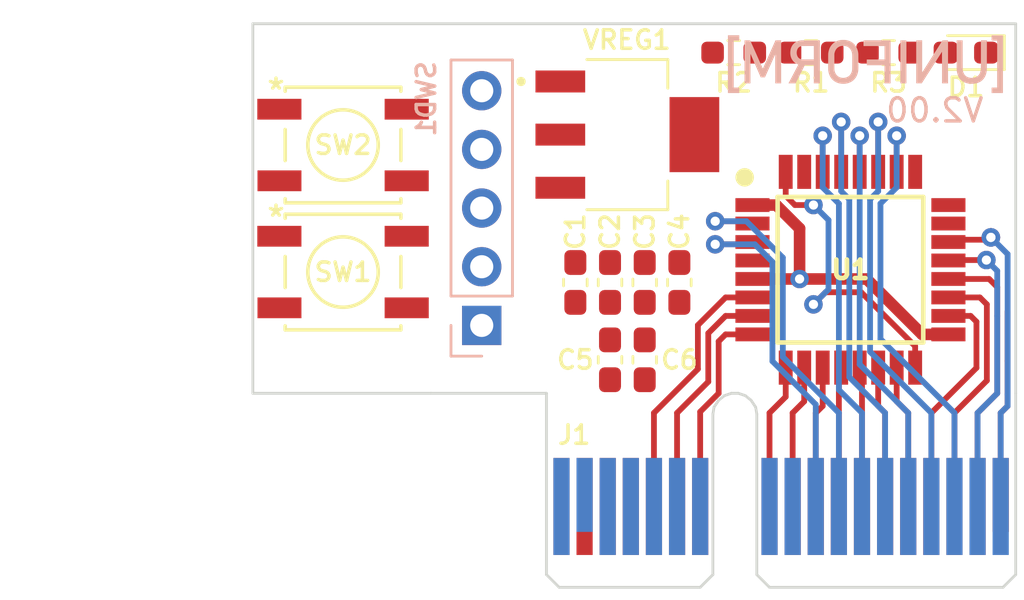
<source format=kicad_pcb>
(kicad_pcb (version 20211014) (generator pcbnew)
  (layers (0 "F.Cu" signal) (31 "B.Cu" signal) (34 "B.Paste" user) (35 "F.Paste" user) (36 "B.SilkS" user "B.Silkscreen") (37 "F.SilkS" user "F.Silkscreen") (38 "B.Mask" user) (39 "F.Mask" user) (44 "Edge.Cuts" user))
  (net 0 "")
  (net 1 "GND")
  (net 2 "+5V")
  (net 3 "+3V3")
  (net 4 "RESET")
  (net 5 "SWCLK")
  (net 6 "SWDIO")
  (net 7 "Net-(D1-Pad2)")
  (net 8 "PB4")
  (net 9 "PB5")
  (net 10 "PB6")
  (net 11 "PB7")
  (net 12 "PC14")
  (net 13 "PC15")
  (net 14 "PA0")
  (net 15 "PA1")
  (net 16 "PA2")
  (net 17 "PA3")
  (net 18 "PA4")
  (net 19 "PA5")
  (net 20 "PA6")
  (net 21 "PA7")
  (net 22 "PA8")
  (net 23 "PA9")
  (net 24 "PA10")
  (net 25 "PB0")
  (net 26 "PB1")
  (net 27 "PB3")
  (net 41 "PA15")
  (net 44 "BOOT")
  (net 45 "D_P")
  (net 46 "D_N")
  (footprint "Uniform:SAMTEC_PCIE_x1_CARD_EDGE_02_X_D_TH" (layer "F.Cu") (at 221.765 155.96)
    (fp_text reference "J1" (at -8.45 -3.1 unlocked) (layer "F.SilkS") (effects (font (size 0.8 0.8))))
    (fp_text value "PCIE_x1_Conn_01x36_Male")
    (fp_line (start -1.05 -4.8) (end -1.35 -4.9) (layer "Edge.Cuts") (width 0.12))
    (fp_line (start -9.1 3.5) (end -9.65 2.95) (layer "Edge.Cuts") (width 0.12))
    (fp_line (start 10.1 3.5) (end 10.65 2.95) (layer "Edge.Cuts") (width 0.12))
    (fp_line (start -0.6 -4.3) (end -0.8 -4.6) (layer "Edge.Cuts") (width 0.12))
    (fp_line (start -0.55 2.95) (end -0.55 -4) (layer "Edge.Cuts") (width 0.12))
    (fp_line (start -1.95 -4.8) (end -1.65 -4.9) (layer "Edge.Cuts") (width 0.12))
    (fp_line (start -2.4 -4.3) (end -2.2 -4.6) (layer "Edge.Cuts") (width 0.12))
    (fp_line (start 10.65 -4.9) (end 10.65 2.95) (layer "Edge.Cuts") (width 0.12))
    (fp_line (start -0.55 -4) (end -0.6 -4.3) (layer "Edge.Cuts") (width 0.12))
    (fp_line (start -0.55 2.95) (end 0 3.5) (layer "Edge.Cuts") (width 0.12))
    (fp_line (start -2.2 -4.6) (end -1.95 -4.8) (layer "Edge.Cuts") (width 0.12))
    (fp_line (start -0.8 -4.6) (end -1.05 -4.8) (layer "Edge.Cuts") (width 0.12))
    (fp_line (start -9.65 2.95) (end -9.65 -4.9) (layer "Edge.Cuts") (width 0.12))
    (fp_line (start -2.45 2.95) (end -2.45 -4) (layer "Edge.Cuts") (width 0.12))
    (fp_line (start -3 3.5) (end -9.1 3.5) (layer "Edge.Cuts") (width 0.12))
    (fp_line (start -1.65 -4.9) (end -1.35 -4.9) (layer "Edge.Cuts") (width 0.12))
    (fp_line (start 0 3.5) (end 10.1 3.5) (layer "Edge.Cuts") (width 0.12))
    (fp_line (start -2.45 2.95) (end -3 3.5) (layer "Edge.Cuts") (width 0.12))
    (fp_line (start -2.45 -4) (end -2.4 -4.3) (layer "Edge.Cuts") (width 0.12))
    (pad "1" smd rect (at 10 -0.5) (size 0.7 3.2) (layers "F.Cu" "F.Paste" "F.Mask") (net 41 "PA15"))
    (pad "2" smd rect (at 9 0) (size 0.7 4.2) (layers "F.Cu" "F.Paste" "F.Mask") (net 24 "PA10"))
    (pad "3" smd rect (at 8 0) (size 0.7 4.2) (layers "F.Cu" "F.Paste" "F.Mask") (net 23 "PA9"))
    (pad "4" smd rect (at 7 0) (size 0.7 4.2) (layers "F.Cu" "F.Paste" "F.Mask") (net 22 "PA8"))
    (pad "5" smd rect (at 6 0) (size 0.7 4.2) (layers "F.Cu" "F.Paste" "F.Mask") (net 26 "PB1"))
    (pad "6" smd rect (at 5 0) (size 0.7 4.2) (layers "F.Cu" "F.Paste" "F.Mask") (net 25 "PB0"))
    (pad "7" smd rect (at 4 0) (size 0.7 4.2) (layers "F.Cu" "F.Paste" "F.Mask") (net 21 "PA7"))
    (pad "8" smd rect (at 3 0) (size 0.7 4.2) (layers "F.Cu" "F.Paste" "F.Mask") (net 20 "PA6"))
    (pad "9" smd rect (at 2 0) (size 0.7 4.2) (layers "F.Cu" "F.Paste" "F.Mask") (net 19 "PA5"))
    (pad "10" smd rect (at 1 0) (size 0.7 4.2) (layers "F.Cu" "F.Paste" "F.Mask") (net 18 "PA4"))
    (pad "11" smd rect (at 0 0) (size 0.7 4.2) (layers "F.Cu" "F.Paste" "F.Mask") (net 17 "PA3"))
    (pad "12" smd rect (at -3 0) (size 0.7 4.2) (layers "F.Cu" "F.Paste" "F.Mask") (net 16 "PA2"))
    (pad "13" smd rect (at -4 0) (size 0.7 4.2) (layers "F.Cu" "F.Paste" "F.Mask") (net 15 "PA1"))
    (pad "14" smd rect (at -5 0) (size 0.7 4.2) (layers "F.Cu" "F.Paste" "F.Mask") (net 14 "PA0"))
    (pad "15" smd rect (at -6 0) (size 0.7 4.2) (layers "F.Cu" "F.Paste" "F.Mask"))
    (pad "16" smd rect (at -7 0) (size 0.7 4.2) (layers "F.Cu" "F.Paste" "F.Mask"))
    (pad "17" smd rect (at -8 0) (size 0.7 4.2) (layers "F.Cu" "F.Paste" "F.Mask"))
    (pad "18" smd rect (at -9 0) (size 0.7 4.2) (layers "F.Cu" "F.Paste" "F.Mask") (net 2 "+5V"))
    (pad "19" smd rect (at 10 0) (size 0.7 4.2) (layers "B.Cu" "F.Paste" "F.Mask") (net 45 "D_P"))
    (pad "20" smd rect (at 9 0) (size 0.7 4.2) (layers "B.Cu" "F.Paste" "F.Mask") (net 46 "D_N"))
    (pad "21" smd rect (at 8 0) (size 0.7 4.2) (layers "B.Cu" "F.Paste" "F.Mask") (net 27 "PB3"))
    (pad "22" smd rect (at 7 0) (size 0.7 4.2) (layers "B.Cu" "F.Paste" "F.Mask") (net 8 "PB4"))
    (pad "23" smd rect (at 6 0) (size 0.7 4.2) (layers "B.Cu" "F.Paste" "F.Mask") (net 9 "PB5"))
    (pad "24" smd rect (at 5 0) (size 0.7 4.2) (layers "B.Cu" "F.Paste" "F.Mask") (net 10 "PB6"))
    (pad "25" smd rect (at 4 0) (size 0.7 4.2) (layers "B.Cu" "F.Paste" "F.Mask") (net 11 "PB7"))
    (pad "26" smd rect (at 3 0) (size 0.7 4.2) (layers "B.Cu" "F.Paste" "F.Mask") (net 12 "PC14"))
    (pad "27" smd rect (at 2 0) (size 0.7 4.2) (layers "B.Cu" "F.Paste" "F.Mask") (net 13 "PC15"))
    (pad "28" smd rect (at 1 0) (size 0.7 4.2) (layers "B.Cu" "F.Paste" "F.Mask"))
    (pad "29" smd rect (at 0 0) (size 0.7 4.2) (layers "B.Cu" "F.Paste" "F.Mask"))
    (pad "30" smd rect (at -3 0) (size 0.7 4.2) (layers "B.Cu" "F.Paste" "F.Mask"))
    (pad "31" smd rect (at -4 0) (size 0.7 4.2) (layers "B.Cu" "F.Paste" "F.Mask"))
    (pad "32" smd rect (at -5 0) (size 0.7 4.2) (layers "B.Cu" "F.Paste" "F.Mask"))
    (pad "33" smd rect (at -6 0) (size 0.7 4.2) (layers "B.Cu" "F.Paste" "F.Mask"))
    (pad "34" smd rect (at -7 0) (size 0.7 4.2) (layers "B.Cu" "F.Paste" "F.Mask"))
    (pad "35" smd rect (at -8 -0.5) (size 0.7 3.2) (layers "B.Cu" "F.Paste" "F.Mask"))
    (pad "36" smd rect (at -9 0) (size 0.7 4.2) (layers "B.Cu" "F.Paste" "F.Mask") (net 1 "GND"))
  )
  (footprint "Capacitor_SMD:C_0603_1608Metric_Pad1.08x0.95mm_HandSolder" (layer "F.Cu") (at 214.865 149.61 90)
    (fp_text reference "C5" (at 0 -1.5) (layer "F.SilkS") (effects (font (size 0.8 0.8))))
    (fp_text value "0.1uf")
    (fp_line (start -0.146267 -0.51) (end 0.146267 -0.51) (layer "F.SilkS") (width 0.12))
    (fp_line (start -0.146267 0.51) (end 0.146267 0.51) (layer "F.SilkS") (width 0.12))
    (pad "1" smd roundrect (at -0.8625 0 90) (size 1.075 0.95) (layers "F.Cu" "F.Paste" "F.Mask") (net 3 "+3V3"))
    (pad "2" smd roundrect (at 0.8625 0 90) (size 1.075 0.95) (layers "F.Cu" "F.Paste" "F.Mask") (net 1 "GND"))
  )
  (footprint "Capacitor_SMD:C_0603_1608Metric_Pad1.08x0.95mm_HandSolder" (layer "F.Cu") (at 213.365 146.26 90)
    (fp_text reference "C1" (at 2.2 0 270) (layer "F.SilkS") (effects (font (size 0.8 0.8))))
    (fp_text value "10uf")
    (fp_line (start -0.146267 -0.51) (end 0.146267 -0.51) (layer "F.SilkS") (width 0.12))
    (fp_line (start -0.146267 0.51) (end 0.146267 0.51) (layer "F.SilkS") (width 0.12))
    (pad "1" smd roundrect (at -0.8625 0 90) (size 1.075 0.95) (layers "F.Cu" "F.Paste" "F.Mask") (net 2 "+5V"))
    (pad "2" smd roundrect (at 0.8625 0 90) (size 1.075 0.95) (layers "F.Cu" "F.Paste" "F.Mask") (net 1 "GND"))
  )
  (footprint "TLV1117-33IDCY:SOT230P700X180-4N" (layer "F.Cu") (at 215.615 139.86)
    (fp_text reference "VREG1" (at -0.025 -4.1) (layer "F.SilkS") (effects (font (size 0.8 0.8))))
    (fp_text value "TLV1117-33")
    (fp_line (start -1.75 -3.25) (end 1.75 -3.25) (layer "F.SilkS") (width 0.127))
    (fp_line (start 1.75 3.25) (end 1.75 2.01) (layer "F.SilkS") (width 0.127))
    (fp_line (start -1.75 3.25) (end 1.75 3.25) (layer "F.SilkS") (width 0.127))
    (fp_line (start 1.75 -3.25) (end 1.75 -2.01) (layer "F.SilkS") (width 0.127))
    (fp_circle (center -4.6 -2.3) (end -4.5 -2.3) (layer "F.SilkS") (width 0.2) (fill none))
    (pad "1" smd rect locked (at -2.9 -2.3 270) (size 0.95 2.15) (layers "F.Cu" "F.Paste" "F.Mask") (net 1 "GND"))
    (pad "2" smd rect locked (at -2.9 0 270) (size 0.95 2.15) (layers "F.Cu" "F.Paste" "F.Mask") (net 3 "+3V3"))
    (pad "3" smd rect locked (at -2.9 2.3 270) (size 0.95 2.15) (layers "F.Cu" "F.Paste" "F.Mask") (net 2 "+5V"))
    (pad "4" smd rect locked (at 2.9 0 270) (size 3.25 2.15) (layers "F.Cu" "F.Paste" "F.Mask"))
  )
  (footprint "Capacitor_SMD:C_0603_1608Metric_Pad1.08x0.95mm_HandSolder" (layer "F.Cu") (at 214.865 146.26 -90)
    (fp_text reference "C2" (at -2.2 0 -90) (layer "F.SilkS") (effects (font (size 0.8 0.8))))
    (fp_text value "10uf")
    (fp_line (start -0.146267 -0.51) (end 0.146267 -0.51) (layer "F.SilkS") (width 0.12))
    (fp_line (start -0.146267 0.51) (end 0.146267 0.51) (layer "F.SilkS") (width 0.12))
    (pad "1" smd roundrect (at -0.8625 0 270) (size 1.075 0.95) (layers "F.Cu" "F.Paste" "F.Mask") (net 3 "+3V3"))
    (pad "2" smd roundrect (at 0.8625 0 270) (size 1.075 0.95) (layers "F.Cu" "F.Paste" "F.Mask") (net 1 "GND"))
  )
  (footprint "Uniform:Button SMD PTS 647 SN50 SMTR2 LFS" (layer "F.Cu") (at 203.315 140.31)
    (fp_text reference "SW2" (at 0 0 unlocked) (layer "F.SilkS") (effects (font (size 0.8 0.8))))
    (fp_text value "Button_SMD_PTS_647_SN50_SMTR2_LFS")
    (fp_text user "*" (at -2.9 -2.35 unlocked) (layer "F.SilkS"))
    (fp_line (start -2.5019 2.32804) (end -2.5019 2.5019) (layer "F.SilkS") (width 0.1524))
    (fp_line (start 2.5019 0.67196) (end 2.5019 -0.67196) (layer "F.SilkS") (width 0.1524))
    (fp_line (start 2.5019 -2.32804) (end 2.5019 -2.5019) (layer "F.SilkS") (width 0.1524))
    (fp_line (start -2.5019 -2.5019) (end -2.5019 -2.32804) (layer "F.SilkS") (width 0.1524))
    (fp_line (start 2.5019 -2.5019) (end -2.5019 -2.5019) (layer "F.SilkS") (width 0.1524))
    (fp_line (start -2.5019 2.5019) (end 2.5019 2.5019) (layer "F.SilkS") (width 0.1524))
    (fp_line (start -2.5019 -0.67196) (end -2.5019 0.67196) (layer "F.SilkS") (width 0.1524))
    (fp_line (start 2.5019 2.5019) (end 2.5019 2.32804) (layer "F.SilkS") (width 0.1524))
    (fp_circle (center 0 0) (end 1.524 0) (layer "F.SilkS") (width 0.1524) (fill none))
    (pad "1" smd rect (at -2.7542 -1.55) (size 1.9084 0.9) (layers "F.Cu" "F.Paste" "F.Mask") (net 4 "RESET"))
    (pad "2" smd rect (at 2.7542 -1.55) (size 1.9084 0.9) (layers "F.Cu" "F.Paste" "F.Mask"))
    (pad "3" smd rect (at -2.75 1.55) (size 1.9 0.9) (layers "F.Cu" "F.Paste" "F.Mask"))
    (pad "4" smd rect (at 2.7542 1.55) (size 1.9084 0.9) (layers "F.Cu" "F.Paste" "F.Mask") (net 1 "GND"))
  )
  (footprint "Resistor_SMD:R_0603_1608Metric_Pad0.98x0.95mm_HandSolder" (layer "F.Cu") (at 223.565 136.31 180)
    (fp_text reference "R1" (at 0 -1.3) (layer "F.SilkS") (effects (font (size 0.8 0.8))))
    (fp_text value "10k")
    (fp_line (start -0.254724 0.5225) (end 0.254724 0.5225) (layer "F.SilkS") (width 0.12))
    (fp_line (start -0.254724 -0.5225) (end 0.254724 -0.5225) (layer "F.SilkS") (width 0.12))
    (pad "1" smd roundrect (at -0.9125 0 180) (size 0.975 0.95) (layers "F.Cu" "F.Paste" "F.Mask") (net 44 "BOOT"))
    (pad "2" smd roundrect (at 0.9125 0 180) (size 0.975 0.95) (layers "F.Cu" "F.Paste" "F.Mask") (net 1 "GND"))
  )
  (footprint "Uniform:Button SMD PTS 647 SN50 SMTR2 LFS" (layer "F.Cu") (at 203.315 145.81)
    (fp_text reference "SW1" (at 0 0 unlocked) (layer "F.SilkS") (effects (font (size 0.8 0.8))))
    (fp_text value "Button_SMD_PTS_647_SN50_SMTR2_LFS")
    (fp_text user "*" (at -2.9 -2.35) (layer "F.SilkS"))
    (fp_line (start -2.5019 2.32804) (end -2.5019 2.5019) (layer "F.SilkS") (width 0.1524))
    (fp_line (start -2.5019 -0.67196) (end -2.5019 0.67196) (layer "F.SilkS") (width 0.1524))
    (fp_line (start 2.5019 2.5019) (end 2.5019 2.32804) (layer "F.SilkS") (width 0.1524))
    (fp_line (start 2.5019 0.67196) (end 2.5019 -0.67196) (layer "F.SilkS") (width 0.1524))
    (fp_line (start -2.5019 2.5019) (end 2.5019 2.5019) (layer "F.SilkS") (width 0.1524))
    (fp_line (start -2.5019 -2.5019) (end -2.5019 -2.32804) (layer "F.SilkS") (width 0.1524))
    (fp_line (start 2.5019 -2.32804) (end 2.5019 -2.5019) (layer "F.SilkS") (width 0.1524))
    (fp_line (start 2.5019 -2.5019) (end -2.5019 -2.5019) (layer "F.SilkS") (width 0.1524))
    (fp_circle (center 0 0) (end 1.524 0) (layer "F.SilkS") (width 0.1524) (fill none))
    (pad "1" smd rect (at -2.7542 -1.55) (size 1.9084 0.9) (layers "F.Cu" "F.Paste" "F.Mask") (net 3 "+3V3"))
    (pad "2" smd rect (at 2.7542 -1.55) (size 1.9084 0.9) (layers "F.Cu" "F.Paste" "F.Mask"))
    (pad "3" smd rect (at -2.75 1.55) (size 1.9 0.9) (layers "F.Cu" "F.Paste" "F.Mask"))
    (pad "4" smd rect (at 2.7542 1.55) (size 1.9084 0.9) (layers "F.Cu" "F.Paste" "F.Mask") (net 44 "BOOT"))
  )
  (footprint "STM32L072KZT6:QFP80P900X900X160-32N" (layer "F.Cu") (at 225.265 145.71)
    (fp_text reference "U1" (at 0 0) (layer "F.SilkS") (effects (font (size 0.8 0.8) (thickness 0.254))))
    (fp_text value "STM32L072KZT6" hide)
    (fp_line (start -3.15 -3.15) (end 3.15 -3.15) (layer "F.SilkS") (width 0.2))
    (fp_line (start -3.15 3.15) (end -3.15 -3.15) (layer "F.SilkS") (width 0.2))
    (fp_line (start 3.15 -3.15) (end 3.15 3.15) (layer "F.SilkS") (width 0.2))
    (fp_line (start 3.15 3.15) (end -3.15 3.15) (layer "F.SilkS") (width 0.2))
    (fp_circle (center -4.575 -4) (end -4.575 -3.8) (layer "F.SilkS") (width 0.4) (fill none))
    (pad "1" smd rect locked (at -4.238 -2.8 90) (size 0.6 1.475) (layers "F.Cu" "F.Paste" "F.Mask") (net 3 "+3V3"))
    (pad "2" smd rect locked (at -4.238 -2 90) (size 0.6 1.475) (layers "F.Cu" "F.Paste" "F.Mask") (net 12 "PC14"))
    (pad "3" smd rect locked (at -4.238 -1.2 90) (size 0.6 1.475) (layers "F.Cu" "F.Paste" "F.Mask") (net 13 "PC15"))
    (pad "4" smd rect locked (at -4.238 -0.4 90) (size 0.6 1.475) (layers "F.Cu" "F.Paste" "F.Mask") (net 4 "RESET"))
    (pad "5" smd rect locked (at -4.238 0.4 90) (size 0.6 1.475) (layers "F.Cu" "F.Paste" "F.Mask") (net 3 "+3V3"))
    (pad "6" smd rect locked (at -4.238 1.2 90) (size 0.6 1.475) (layers "F.Cu" "F.Paste" "F.Mask") (net 14 "PA0"))
    (pad "7" smd rect locked (at -4.238 2 90) (size 0.6 1.475) (layers "F.Cu" "F.Paste" "F.Mask") (net 15 "PA1"))
    (pad "8" smd rect locked (at -4.238 2.8 90) (size 0.6 1.475) (layers "F.Cu" "F.Paste" "F.Mask") (net 16 "PA2"))
    (pad "9" smd rect locked (at -2.8 4.238) (size 0.6 1.475) (layers "F.Cu" "F.Paste" "F.Mask") (net 17 "PA3"))
    (pad "10" smd rect locked (at -2 4.238) (size 0.6 1.475) (layers "F.Cu" "F.Paste" "F.Mask") (net 18 "PA4"))
    (pad "11" smd rect locked (at -1.2 4.238) (size 0.6 1.475) (layers "F.Cu" "F.Paste" "F.Mask") (net 19 "PA5"))
    (pad "12" smd rect locked (at -0.4 4.238) (size 0.6 1.475) (layers "F.Cu" "F.Paste" "F.Mask") (net 20 "PA6"))
    (pad "13" smd rect locked (at 0.4 4.238) (size 0.6 1.475) (layers "F.Cu" "F.Paste" "F.Mask") (net 21 "PA7"))
    (pad "14" smd rect locked (at 1.2 4.238) (size 0.6 1.475) (layers "F.Cu" "F.Paste" "F.Mask") (net 25 "PB0"))
    (pad "15" smd rect locked (at 2 4.238) (size 0.6 1.475) (layers "F.Cu" "F.Paste" "F.Mask") (net 26 "PB1"))
    (pad "16" smd rect locked (at 2.8 4.238) (size 0.6 1.475) (layers "F.Cu" "F.Paste" "F.Mask") (net 1 "GND"))
    (pad "17" smd rect locked (at 4.238 2.8 90) (size 0.6 1.475) (layers "F.Cu" "F.Paste" "F.Mask") (net 3 "+3V3"))
    (pad "18" smd rect locked (at 4.238 2 90) (size 0.6 1.475) (layers "F.Cu" "F.Paste" "F.Mask") (net 22 "PA8"))
    (pad "19" smd rect locked (at 4.238 1.2 90) (size 0.6 1.475) (layers "F.Cu" "F.Paste" "F.Mask") (net 23 "PA9"))
    (pad "20" smd rect locked (at 4.238 0.4 90) (size 0.6 1.475) (layers "F.Cu" "F.Paste" "F.Mask") (net 24 "PA10"))
    (pad "21" smd rect locked (at 4.238 -0.4 90) (size 0.6 1.475) (layers "F.Cu" "F.Paste" "F.Mask") (net 46 "D_N"))
    (pad "22" smd rect locked (at 4.238 -1.2 90) (size 0.6 1.475) (layers "F.Cu" "F.Paste" "F.Mask") (net 45 "D_P"))
    (pad "23" smd rect locked (at 4.238 -2 90) (size 0.6 1.475) (layers "F.Cu" "F.Paste" "F.Mask") (net 6 "SWDIO"))
    (pad "24" smd rect locked (at 4.238 -2.8 90) (size 0.6 1.475) (layers "F.Cu" "F.Paste" "F.Mask") (net 5 "SWCLK"))
    (pad "25" smd rect locked (at 2.8 -4.238) (size 0.6 1.475) (layers "F.Cu" "F.Paste" "F.Mask") (net 41 "PA15"))
    (pad "26" smd rect locked (at 2 -4.238) (size 0.6 1.475) (layers "F.Cu" "F.Paste" "F.Mask") (net 27 "PB3"))
    (pad "27" smd rect locked (at 1.2 -4.238) (size 0.6 1.475) (layers "F.Cu" "F.Paste" "F.Mask") (net 8 "PB4"))
    (pad "28" smd rect locked (at 0.4 -4.238) (size 0.6 1.475) (layers "F.Cu" "F.Paste" "F.Mask") (net 9 "PB5"))
    (pad "29" smd rect locked (at -0.4 -4.238) (size 0.6 1.475) (layers "F.Cu" "F.Paste" "F.Mask") (net 10 "PB6"))
    (pad "30" smd rect locked (at -1.2 -4.238) (size 0.6 1.475) (layers "F.Cu" "F.Paste" "F.Mask") (net 11 "PB7"))
    (pad "31" smd rect locked (at -2 -4.238) (size 0.6 1.475) (layers "F.Cu" "F.Paste" "F.Mask") (net 44 "BOOT"))
    (pad "32" smd rect locked (at -2.8 -4.238) (size 0.6 1.475) (layers "F.Cu" "F.Paste" "F.Mask") (net 1 "GND"))
  )
  (footprint "Resistor_SMD:R_0603_1608Metric_Pad0.98x0.95mm_HandSolder" (layer "F.Cu") (at 220.215 136.31)
    (fp_text reference "R2" (at 0 1.3) (layer "F.SilkS") (effects (font (size 0.8 0.8))))
    (fp_text value "10k")
    (fp_line (start -0.254724 -0.5225) (end 0.254724 -0.5225) (layer "F.SilkS") (width 0.12))
    (fp_line (start -0.254724 0.5225) (end 0.254724 0.5225) (layer "F.SilkS") (width 0.12))
    (pad "1" smd roundrect (at -0.9125 0) (size 0.975 0.95) (layers "F.Cu" "F.Paste" "F.Mask") (net 3 "+3V3"))
    (pad "2" smd roundrect (at 0.9125 0) (size 0.975 0.95) (layers "F.Cu" "F.Paste" "F.Mask") (net 4 "RESET"))
  )
  (footprint "Capacitor_SMD:C_0603_1608Metric_Pad1.08x0.95mm_HandSolder" (layer "F.Cu") (at 216.365 149.61 90)
    (fp_text reference "C6" (at 0 1.5) (layer "F.SilkS") (effects (font (size 0.8 0.8))))
    (fp_text value "1uf")
    (fp_line (start -0.146267 0.51) (end 0.146267 0.51) (layer "F.SilkS") (width 0.12))
    (fp_line (start -0.146267 -0.51) (end 0.146267 -0.51) (layer "F.SilkS") (width 0.12))
    (pad "1" smd roundrect (at -0.8625 0 90) (size 1.075 0.95) (layers "F.Cu" "F.Paste" "F.Mask") (net 3 "+3V3"))
    (pad "2" smd roundrect (at 0.8625 0 90) (size 1.075 0.95) (layers "F.Cu" "F.Paste" "F.Mask") (net 1 "GND"))
  )
  (footprint "LED_SMD:LED_0603_1608Metric_Pad1.05x0.95mm_HandSolder" (layer "F.Cu") (at 230.265 136.31 180)
    (fp_text reference "D1" (at 0 -1.5) (layer "F.SilkS") (effects (font (size 0.8 0.8))))
    (fp_text value "LED")
    (fp_line (start 0.8 -0.735) (end -1.66 -0.735) (layer "F.SilkS") (width 0.12))
    (fp_line (start -1.66 0.735) (end 0.8 0.735) (layer "F.SilkS") (width 0.12))
    (fp_line (start -1.66 -0.735) (end -1.66 0.735) (layer "F.SilkS") (width 0.12))
    (pad "1" smd roundrect (at -0.875 0 180) (size 1.05 0.95) (layers "F.Cu" "F.Paste" "F.Mask") (net 1 "GND"))
    (pad "2" smd roundrect (at 0.875 0 180) (size 1.05 0.95) (layers "F.Cu" "F.Paste" "F.Mask") (net 7 "Net-(D1-Pad2)"))
  )
  (footprint "Capacitor_SMD:C_0603_1608Metric_Pad1.08x0.95mm_HandSolder" (layer "F.Cu") (at 217.865 146.26 -90)
    (fp_text reference "C4" (at -2.2 0 -90) (layer "F.SilkS") (effects (font (size 0.8 0.8))))
    (fp_text value "0.1uf")
    (fp_line (start -0.146267 -0.51) (end 0.146267 -0.51) (layer "F.SilkS") (width 0.12))
    (fp_line (start -0.146267 0.51) (end 0.146267 0.51) (layer "F.SilkS") (width 0.12))
    (pad "1" smd roundrect (at -0.8625 0 270) (size 1.075 0.95) (layers "F.Cu" "F.Paste" "F.Mask") (net 3 "+3V3"))
    (pad "2" smd roundrect (at 0.8625 0 270) (size 1.075 0.95) (layers "F.Cu" "F.Paste" "F.Mask") (net 1 "GND"))
  )
  (footprint "Capacitor_SMD:C_0603_1608Metric_Pad1.08x0.95mm_HandSolder" (layer "F.Cu") (at 216.365 146.26 -90)
    (fp_text reference "C3" (at -2.2 0 -90) (layer "F.SilkS") (effects (font (size 0.8 0.8))))
    (fp_text value "0.1uf")
    (fp_line (start -0.146267 0.51) (end 0.146267 0.51) (layer "F.SilkS") (width 0.12))
    (fp_line (start -0.146267 -0.51) (end 0.146267 -0.51) (layer "F.SilkS") (width 0.12))
    (pad "1" smd roundrect (at -0.8625 0 270) (size 1.075 0.95) (layers "F.Cu" "F.Paste" "F.Mask") (net 3 "+3V3"))
    (pad "2" smd roundrect (at 0.8625 0 270) (size 1.075 0.95) (layers "F.Cu" "F.Paste" "F.Mask") (net 1 "GND"))
  )
  (footprint "Resistor_SMD:R_0603_1608Metric_Pad0.98x0.95mm_HandSolder" (layer "F.Cu") (at 226.915 136.31)
    (fp_text reference "R3" (at 0 1.3) (layer "F.SilkS") (effects (font (size 0.8 0.8))))
    (fp_text value "100")
    (fp_line (start -0.254724 0.5225) (end 0.254724 0.5225) (layer "F.SilkS") (width 0.12))
    (fp_line (start -0.254724 -0.5225) (end 0.254724 -0.5225) (layer "F.SilkS") (width 0.12))
    (pad "1" smd roundrect (at -0.9125 0) (size 0.975 0.95) (layers "F.Cu" "F.Paste" "F.Mask") (net 2 "+5V"))
    (pad "2" smd roundrect (at 0.9125 0) (size 0.975 0.95) (layers "F.Cu" "F.Paste" "F.Mask") (net 7 "Net-(D1-Pad2)"))
  )
  (footprint "Connector_PinHeader_2.54mm:PinHeader_1x05_P2.54mm_Vertical" (layer "B.Cu") (at 209.315 148.12)
    (fp_text reference "SWD1" (at -2.4 -9.81 90) (layer "B.SilkS") (effects (font (size 0.8 0.8)) (justify mirror)))
    (fp_text value "PH1RB-05-UA")
    (fp_line (start -1.33 -11.49) (end 1.33 -11.49) (layer "B.SilkS") (width 0.12))
    (fp_line (start -1.33 0) (end -1.33 1.33) (layer "B.SilkS") (width 0.12))
    (fp_line (start 1.33 -1.27) (end 1.33 -11.49) (layer "B.SilkS") (width 0.12))
    (fp_line (start -1.33 -1.27) (end 1.33 -1.27) (layer "B.SilkS") (width 0.12))
    (fp_line (start -1.33 -1.27) (end -1.33 -11.49) (layer "B.SilkS") (width 0.12))
    (fp_line (start -1.33 1.33) (end 0 1.33) (layer "B.SilkS") (width 0.12))
    (pad "1" thru_hole rect (at 0 0) (size 1.7 1.7) (drill 1) (layers *.Cu *.Mask) (net 3 "+3V3"))
    (pad "2" thru_hole oval (at 0 -2.54) (size 1.7 1.7) (drill 1) (layers *.Cu *.Mask) (net 6 "SWDIO"))
    (pad "3" thru_hole oval (at 0 -5.08) (size 1.7 1.7) (drill 1) (layers *.Cu *.Mask) (net 5 "SWCLK"))
    (pad "4" thru_hole oval (at 0 -7.62) (size 1.7 1.7) (drill 1) (layers *.Cu *.Mask) (net 4 "RESET"))
    (pad "5" thru_hole oval (at 0 -10.16) (size 1.7 1.7) (drill 1) (layers *.Cu *.Mask) (net 1 "GND"))
  )
  (footprint "Uniform:graphic_logo" (layer "B.Cu") (at 225.915 136.81 180)
    (fp_text reference "G***")
    (fp_text value "LOGO" hide)
    (fp_poly (pts (xy 0.990617 1.050989) (xy 1.018581 1.049991) (xy 1.043864 1.048441) (xy 1.064984 1.046349) (xy 1.070312 1.045614) (xy 1.134875 1.033053) (xy 1.195964 1.015348) (xy 1.253453 0.992632) (xy 1.307217 0.96504) (xy 1.35713 0.932703) (xy 1.403068 0.895755) (xy 1.444905 0.854329) (xy 1.482516 0.808559) (xy 1.515776 0.758577) (xy 1.544559 0.704516) (xy 1.56874 0.646511) (xy 1.588194 0.584693) (xy 1.602796 0.519196) (xy 1.609983 0.471875) (xy 1.610668 0.464898) (xy 1.611279 0.455401) (xy 1.611819 0.443074) (xy 1.612292 0.427603) (xy 1.6127 0.40868) (xy 1.613048 0.38599) (xy 1.613338 0.359225) (xy 1.613574 0.328071) (xy 1.613759 0.292218) (xy 1.613897 0.251354) (xy 1.613992 0.205167) (xy 1.614045 0.153347) (xy 1.614062 0.096875) (xy 1.614056 0.04274) (xy 1.614033 -0.00553) (xy 1.613989 -0.048316) (xy 1.613918 -0.086003) (xy 1.613813 -0.118974) (xy 1.613669 -0.147612) (xy 1.61348 -0.172301) (xy 1.613242 -0.193424) (xy 1.612947 -0.211365) (xy 1.612591 -0.226507) (xy 1.612168 -0.239234) (xy 1.611672 -0.249929) (xy 1.611097 -0.258976) (xy 1.610438 -0.266758) (xy 1.609689 -0.273658) (xy 1.608844 -0.280061) (xy 1.608442 -0.282812) (xy 1.596251 -0.349114) (xy 1.580177 -0.410746) (xy 1.560051 -0.468063) (xy 1.535708 -0.521418) (xy 1.506981 -0.571167) (xy 1.473701 -0.617663) (xy 1.435703 -0.661262) (xy 1.425178 -0.672019) (xy 1.380423 -0.712364) (xy 1.332022 -0.747668) (xy 1.2801 -0.777874) (xy 1.224783 -0.802926) (xy 1.166197 -0.822768) (xy 1.104466 -0.837341) (xy 1.039716 -0.846591) (xy 1.039301 -0.846632) (xy 1.024079 -0.847734) (xy 1.004409 -0.848574) (xy 0.981922 -0.849138) (xy 0.958251 -0.849414) (xy 0.935027 -0.849388) (xy 0.913885 -0.849046) (xy 0.896455 -0.848376) (xy 0.889062 -0.847863) (xy 0.826748 -0.839621) (xy 0.76606 -0.825968) (xy 0.707563 -0.80712) (xy 0.651826 -0.783293) (xy 0.599416 -0.754701) (xy 0.550899 -0.721561) (xy 0.545434 -0.717343) (xy 0.528686 -0.703236) (xy 0.509734 -0.685611) (xy 0.489894 -0.665839) (xy 0.470483 -0.645288) (xy 0.452817 -0.625328) (xy 0.438215 -0.607327) (xy 0.433543 -0.601006) (xy 0.400427 -0.549311) (xy 0.371902 -0.493798) (xy 0.348293 -0.435216) (xy 0.329924 -0.374315) (xy 0.323629 -0.347185) (xy 0.320981 -0.334521) (xy 0.318617 -0.322726) (xy 0.316521 -0.311386) (xy 0.314675 -0.300091) (xy 0.313066 -0.288427) (xy 0.311675 -0.275983) (xy 0.310489 -0.262347) (xy 0.309489 -0.247106) (xy 0.308662 -0.229848) (xy 0.30799 -0.210162) (xy 0.307458 -0.187636) (xy 0.307049 -0.161856) (xy 0.306748 -0.132411) (xy 0.306539 -0.09889) (xy 0.306406 -0.060879) (xy 0.306333 -0.017967) (xy 0.306303 0.030259) (xy 0.306301 0.084209) (xy 0.306304 0.099981) (xy 0.306342 0.150936) (xy 0.306437 0.199294) (xy 0.306558 0.23591) (xy 0.572322 0.23591) (xy 0.572365 0.193271) (xy 0.572494 0.145325) (xy 0.572697 0.091669) (xy 0.572782 0.071875) (xy 0.573012 0.019988) (xy 0.573233 -0.026066) (xy 0.573462 -0.066707) (xy 0.573718 -0.10235) (xy 0.574019 -0.133415) (xy 0.574382 -0.160317) (xy 0.574825 -0.183477) (xy 0.575367 -0.20331) (xy 0.576024 -0.220235) (xy 0.576816 -0.234669) (xy 0.577759 -0.24703) (xy 0.578872 -0.257736) (xy 0.580172 -0.267205) (xy 0.581678 -0.275854) (xy 0.583408 -0.2841) (xy 0.585378 -0.292363) (xy 0.587608 -0.301058) (xy 0.58897 -0.30625) (xy 0.604172 -0.353531) (xy 0.623937 -0.397523) (xy 0.647966 -0.437704) (xy 0.675962 -0.473551) (xy 0.69612 -0.494257) (xy 0.731496 -0.523254) (xy 0.770474 -0.547377) (xy 0.812597 -0.566506) (xy 0.857405 -0.580519) (xy 0.904441 -0.589293) (xy 0.953246 -0.592707) (xy 1.003362 -0.590638) (xy 1.03997 -0.585691) (xy 1.086274 -0.574611) (xy 1.129555 -0.558175) (xy 1.169597 -0.536608) (xy 1.206185 -0.510137) (xy 1.239104 -0.478991) (xy 1.268137 -0.443395) (xy 1.293071 -0.403576) (xy 1.313688 -0.359761) (xy 1.329775 -0.312177) (xy 1.339469 -0.270312) (xy 1.340387 -0.265125) (xy 1.341203 -0.259691) (xy 1.341925 -0.253634) (xy 1.342557 -0.246577) (xy 1.343105 -0.238143) (xy 1.343576 -0.227958) (xy 1.343976 -0.215644) (xy 1.344309 -0.200825) (xy 1.344582 -0.183125) (xy 1.344802 -0.162168) (xy 1.344972 -0.137577) (xy 1.345101 -0.108977) (xy 1.345193 -0.07599) (xy 1.345254 -0.038241) (xy 1.34529 0.004647) (xy 1.345308 0.05305) (xy 1.345312 0.104688) (xy 1.345312 0.448438) (xy 1.338093 0.48125) (xy 1.324061 0.532857) (xy 1.305668 0.580211) (xy 1.283034 0.623191) (xy 1.256279 0.66168) (xy 1.225522 0.695556) (xy 1.190883 0.724701) (xy 1.152483 0.748993) (xy 1.110439 0.768314) (xy 1.064873 0.782544) (xy 1.030047 0.789555) (xy 1.005025 0.792338) (xy 0.976371 0.793576) (xy 0.945947 0.793339) (xy 0.915614 0.791695) (xy 0.887235 0.788712) (xy 0.86267 0.784458) (xy 0.857401 0.783218) (xy 0.81137 0.768623) (xy 0.768793 0.748903) (xy 0.729862 0.724266) (xy 0.69477 0.694917) (xy 0.66371 0.661063) (xy 0.636873 0.622912) (xy 0.614453 0.58067) (xy 0.596641 0.534544) (xy 0.584815 0.490366) (xy 0.582692 0.480101) (xy 0.580806 0.469761) (xy 0.579143 0.458941) (xy 0.577694 0.447241) (xy 0.576446 0.434258) (xy 0.575388 0.419589) (xy 0.574508 0.402832) (xy 0.573794 0.383585) (xy 0.573236 0.361445) (xy 0.572821 0.33601) (xy 0.572538 0.306877) (xy 0.572375 0.273645) (xy 0.572322 0.23591) (xy 0.306558 0.23591) (xy 0.306587 0.244696) (xy 0.306787 0.286784) (xy 0.307036 0.325198) (xy 0.307329 0.35958) (xy 0.307663 0.38957) (xy 0.308036 0.414811) (xy 0.308445 0.434941) (xy 0.308885 0.449604) (xy 0.309354 0.45844) (xy 0.309441 0.459375) (xy 0.317983 0.521262) (xy 0.330478 0.579227) (xy 0.347244 0.63443) (xy 0.368598 0.688034) (xy 0.376721 0.705602) (xy 0.404147 0.757303) (xy 0.434883 0.804283) (xy 0.469615 0.847496) (xy 0.505779 0.884831) (xy 0.5502 0.923049) (xy 0.597727 0.956248) (xy 0.648595 0.984534) (xy 0.703037 1.008015) (xy 0.761289 1.026796) (xy 0.823583 1.040984) (xy 0.8625 1.047268) (xy 0.881618 1.049212) (xy 0.905473 1.050545) (xy 0.93258 1.051277) (xy 0.961456 1.051421)) (layer "B.SilkS") (width 0) (fill solid))
    (fp_poly (pts (xy -5.45625 1.01875) (xy -5.696875 1.01875) (xy -5.696875 -1.012425) (xy -5.577344 -1.013244) (xy -5.457813 -1.014062) (xy -5.456175 -1.25) (xy -5.946875 -1.25) (xy -5.946875 1.253125) (xy -5.45625 1.253125)) (layer "B.SilkS") (width 0) (fill solid))
    (fp_poly (pts (xy -3.944667 0.389879) (xy -3.944811 0.309968) (xy -3.944964 0.23611) (xy -3.945127 0.168106) (xy -3.945302 0.105759) (xy -3.94549 0.04887) (xy -3.945693 -0.002759) (xy -3.945911 -0.049325) (xy -3.946148 -0.091026) (xy -3.946403 -0.128061) (xy -3.946678 -0.160626) (xy -3.946976 -0.18892) (xy -3.947296 -0.213142) (xy -3.947642 -0.233488) (xy -3.948013 -0.250156) (xy -3.948413 -0.263345) (xy -3.948841 -0.273252) (xy -3.9493 -0.280076) (xy -3.949596 -0.282812) (xy -3.961608 -0.352786) (xy -3.977908 -0.418242) (xy -3.998482 -0.479167) (xy -4.023316 -0.535545) (xy -4.052396 -0.58736) (xy -4.085709 -0.634598) (xy -4.123239 -0.677243) (xy -4.164974 -0.715281) (xy -4.210899 -0.748696) (xy -4.261 -0.777474) (xy -4.315263 -0.801598) (xy -4.373674 -0.821054) (xy -4.436219 -0.835826) (xy -4.466415 -0.841051) (xy -4.485171 -0.843347) (xy -4.508732 -0.845306) (xy -4.535691 -0.846894) (xy -4.564642 -0.848073) (xy -4.594177 -0.848806) (xy -4.622889 -0.849057) (xy -4.649373 -0.848789) (xy -4.672219 -0.847965) (xy -4.6875 -0.846824) (xy -4.754049 -0.837424) (xy -4.816703 -0.823256) (xy -4.87541 -0.804355) (xy -4.930115 -0.780755) (xy -4.980766 -0.75249) (xy -5.027307 -0.719595) (xy -5.069685 -0.682105) (xy -5.107847 -0.640054) (xy -5.141739 -0.593475) (xy -5.171306 -0.542405) (xy -5.175242 -0.534607) (xy -5.195652 -0.489461) (xy -5.21283 -0.442562) (xy -5.227138 -0.392729) (xy -5.238935 -0.338776) (xy -5.244341 -0.307812) (xy -5.251384 -0.264062) (xy -5.252333 0.385157) (xy -5.253282 1.034375) (xy -4.99375 1.034375) (xy -4.993743 0.430469) (xy -4.993725 0.353512) (xy -4.993673 0.280699) (xy -4.993589 0.212187) (xy -4.993473 0.148134) (xy -4.993325 0.088698) (xy -4.993147 0.034035) (xy -4.99294 -0.015695) (xy -4.992703 -0.060337) (xy -4.992439 -0.099733) (xy -4.992147 -0.133724) (xy -4.991828 -0.162154) (xy -4.991484 -0.184864) (xy -4.991115 -0.201698) (xy -4.990721 -0.212498) (xy -4.99057 -0.214935) (xy -4.984431 -0.268919) (xy -4.974532 -0.31816) (xy -4.960719 -0.363015) (xy -4.94284 -0.403842) (xy -4.920744 -0.441001) (xy -4.894278 -0.474849) (xy -4.869625 -0.5) (xy -4.837972 -0.525944) (xy -4.803662 -0.547352) (xy -4.766174 -0.56443) (xy -4.724985 -0.577386) (xy -4.679573 -0.586429) (xy -4.641407 -0.590855) (xy -4.593116 -0.592648) (xy -4.545341 -0.589973) (xy -4.49908 -0.583008) (xy -4.455329 -0.571932) (xy -4.415083 -0.556922) (xy -4.394105 -0.546681) (xy -4.356361 -0.523214) (xy -4.322879 -0.495578) (xy -4.293562 -0.463629) (xy -4.268313 -0.427222) (xy -4.247034 -0.386213) (xy -4.229629 -0.340456) (xy -4.216 -0.289807) (xy -4.213525 -0.278125) (xy -4.212897 -0.274684) (xy -4.212317 -0.270643) (xy -4.211782 -0.265743) (xy -4.21129 -0.259723) (xy -4.210838 -0.252323) (xy -4.210423 -0.243282) (xy -4.210042 -0.23234) (xy -4.209693 -0.219238) (xy -4.209372 -0.203713) (xy -4.209078 -0.185507) (xy -4.208807 -0.164359) (xy -4.208556 -0.140009) (xy -4.208323 -0.112196) (xy -4.208104 -0.08066) (xy -4.207899 -0.04514) (xy -4.207702 -0.005378) (xy -4.207512 0.038889) (xy -4.207326 0.08792) (xy -4.207141 0.141975) (xy -4.206955 0.201314) (xy -4.206764 0.266199) (xy -4.206566 0.336889) (xy -4.206419 0.390625) (xy -4.204688 1.032813) (xy -4.074134 1.033629) (xy -3.943579 1.034444)) (layer "B.SilkS") (width 0) (fill solid))
    (fp_poly (pts (xy -2.195313 1.032813) (xy -2.195313 -0.829687) (xy -2.435112 -0.829687) (xy -2.873025 -0.145925) (xy -3.310938 0.537836) (xy -3.311726 -0.146707) (xy -3.312515 -0.83125) (xy -3.571875 -0.83125) (xy -3.571875 1.034375) (xy -3.453602 1.034375) (xy -3.335329 1.034376) (xy -2.898602 0.34392) (xy -2.860587 0.283824) (xy -2.823423 0.225081) (xy -2.78725 0.167913) (xy -2.752209 0.112542) (xy -2.718439 0.059187) (xy -2.686081 0.008071) (xy -2.655274 -0.040585) (xy -2.626159 -0.086561) (xy -2.598876 -0.129636) (xy -2.573564 -0.169587) (xy -2.550364 -0.206195) (xy -2.529416 -0.239238) (xy -2.510861 -0.268495) (xy -2.494837 -0.293744) (xy -2.481485 -0.314766) (xy -2.470946 -0.331338) (xy -2.463359 -0.343239) (xy -2.458865 -0.350249) (xy -2.4576 -0.352173) (xy -2.457115 -0.352088) (xy -2.456666 -0.350354) (xy -2.456253 -0.346746) (xy -2.455874 -0.341042) (xy -2.455527 -0.333017) (xy -2.455211 -0.322447) (xy -2.454925 -0.30911) (xy -2.454667 -0.29278) (xy -2.454435 -0.273234) (xy -2.454229 -0.250249) (xy -2.454047 -0.2236) (xy -2.453888 -0.193064) (xy -2.45375 -0.158417) (xy -2.453631 -0.119434) (xy -2.453531 -0.075893) (xy -2.453447 -0.02757) (xy -2.453379 0.02576) (xy -2.453325 0.084321) (xy -2.453283 0.148335) (xy -2.453253 0.218027) (xy -2.453233 0.293621) (xy -2.453225 0.338316) (xy -2.453125 1.034445)) (layer "B.SilkS") (width 0) (fill solid))
    (fp_poly (pts (xy 5.95 -1.25) (xy 5.459299 -1.25) (xy 5.460937 -1.014062) (xy 5.580468 -1.013244) (xy 5.7 -1.012425) (xy 5.7 1.01875) (xy 5.459375 1.01875) (xy 5.459375 1.253125) (xy 5.95 1.253125)) (layer "B.SilkS") (width 0) (fill solid))
    (fp_poly (pts (xy -1.641407 1.033629) (xy -1.510938 1.032813) (xy -1.510152 0.100782) (xy -1.509365 -0.83125) (xy -1.771875 -0.83125) (xy -1.771875 1.034444)) (layer "B.SilkS") (width 0) (fill solid))
    (fp_poly (pts (xy 2.428586 1.034347) (xy 2.489301 1.034263) (xy 2.544668 1.034124) (xy 2.594589 1.033931) (xy 2.638963 1.033684) (xy 2.677692 1.033385) (xy 2.710677 1.033033) (xy 2.737818 1.032631) (xy 2.759017 1.032178) (xy 2.774173 1.031676) (xy 2.783188 1.031124) (xy 2.783716 1.03107) (xy 2.841904 1.022007) (xy 2.897743 1.00784) (xy 2.950692 0.988764) (xy 3.000211 0.964974) (xy 3.045761 0.936665) (xy 3.046002 0.936496) (xy 3.067618 0.919734) (xy 3.090717 0.899164) (xy 3.113685 0.876403) (xy 3.134903 0.853069) (xy 3.152757 0.83078) (xy 3.155806 0.826557) (xy 3.169492 0.805363) (xy 3.18377 0.780078) (xy 3.197672 0.752662) (xy 3.210228 0.725075) (xy 3.220472 0.699279) (xy 3.224476 0.6875) (xy 3.237455 0.637948) (xy 3.246432 0.58502) (xy 3.251333 0.530205) (xy 3.252084 0.474988) (xy 3.248611 0.420856) (xy 3.240839 0.369297) (xy 3.240413 0.367188) (xy 3.22607 0.311402) (xy 3.206575 0.258792) (xy 3.182132 0.209605) (xy 3.152944 0.164085) (xy 3.119213 0.122479) (xy 3.081143 0.085031) (xy 3.038937 0.051988) (xy 2.992796 0.023596) (xy 2.942925 0.000099) (xy 2.934375 -0.003282) (xy 2.922323 -0.008056) (xy 2.912483 -0.012204) (xy 2.906334 -0.015091) (xy 2.905152 -0.015821) (xy 2.906353 -0.018717) (xy 2.910271 -0.026768) (xy 2.916709 -0.039601) (xy 2.925472 -0.05684) (xy 2.936365 -0.078111) (xy 2.949192 -0.10304) (xy 2.963757 -0.131252) (xy 2.979865 -0.162373) (xy 2.99732 -0.196028) (xy 3.015926 -0.231843) (xy 3.035488 -0.269442) (xy 3.055811 -0.308452) (xy 3.076698 -0.348498) (xy 3.097955 -0.389206) (xy 3.119385 -0.430201) (xy 3.140793 -0.471108) (xy 3.161983 -0.511553) (xy 3.182761 -0.551162) (xy 3.202929 -0.589559) (xy 3.222293 -0.626371) (xy 3.240657 -0.661223) (xy 3.257825 -0.69374) (xy 3.273602 -0.723549) (xy 3.287792 -0.750273) (xy 3.3002 -0.773539) (xy 3.31063 -0.792973) (xy 3.318887 -0.8082) (xy 3.320815 -0.811718) (xy 3.331555 -0.83125) (xy 3.175934 -0.831193) (xy 3.020312 -0.831137) (xy 2.821875 -0.437495) (xy 2.623437 -0.043853) (xy 2.428906 -0.043801) (xy 2.234375 -0.04375) (xy 2.234375 -0.83125) (xy 1.971875 -0.83125) (xy 1.971875 0.787885) (xy 2.234375 0.787885) (xy 2.234375 0.20625) (xy 2.491406 0.206292) (xy 2.537737 0.206306) (xy 2.578263 0.206338) (xy 2.613429 0.206399) (xy 2.643682 0.206497) (xy 2.669465 0.206641) (xy 2.691225 0.206842) (xy 2.709407 0.207109) (xy 2.724456 0.207451) (xy 2.736817 0.207878) (xy 2.746935 0.208398) (xy 2.755257 0.209022) (xy 2.762226 0.209759) (xy 2.768289 0.210618) (xy 2.773891 0.211609) (xy 2.777637 0.212358) (xy 2.812233 0.222481) (xy 2.845073 0.23792) (xy 2.87511 0.258023) (xy 2.901298 0.282137) (xy 2.913975 0.297263) (xy 2.934731 0.329522) (xy 2.951121 0.3652) (xy 2.963158 0.403487) (xy 2.970858 0.443573) (xy 2.974235 0.484649) (xy 2.973304 0.525905) (xy 2.968079 0.566531) (xy 2.958576 0.605718) (xy 2.944809 0.642655) (xy 2.926792 0.676534) (xy 2.906608 0.704149) (xy 2.881648 0.728916) (xy 2.852289 0.750184) (xy 2.819742 0.767212) (xy 2.785216 0.779261) (xy 2.782812 0.779884) (xy 2.778486 0.780878) (xy 2.77356 0.781753) (xy 2.76761 0.782518) (xy 2.760212 0.783183) (xy 2.750941 0.783759) (xy 2.739373 0.784256) (xy 2.725085 0.784684) (xy 2.70765 0.785052) (xy 2.686646 0.785371) (xy 2.661648 0.785652) (xy 2.632231 0.785903) (xy 2.597972 0.786136) (xy 2.558445 0.78636) (xy 2.513227 0.786586) (xy 2.497656 0.786659) (xy 2.234375 0.787885) (xy 1.971875 0.787885) (xy 1.971875 1.034375) (xy 2.362623 1.034375)) (layer "B.SilkS") (width 0) (fill solid))
    (fp_poly (pts (xy 5.23125 -0.83125) (xy 4.975014 -0.83125) (xy 4.974226 -0.192122) (xy 4.973437 0.447006) (xy 4.751859 -0.062434) (xy 4.53028 -0.571875) (xy 4.347831 -0.571875) (xy 3.904687 0.422221) (xy 3.903898 -0.204514) (xy 3.903109 -0.83125) (xy 3.646875 -0.83125) (xy 3.646875 1.034448) (xy 3.769311 1.033631) (xy 3.891748 1.032813) (xy 4.164154 0.420313) (xy 4.190281 0.361593) (xy 4.21575 0.304404) (xy 4.240442 0.249007) (xy 4.264242 0.195662) (xy 4.287032 0.144631) (xy 4.308694 0.096176) (xy 4.329112 0.050557) (xy 4.348168 0.008035) (xy 4.365746 -0.031128) (xy 4.381727 -0.066671) (xy 4.395995 -0.098333) (xy 4.408432 -0.125854) (xy 4.418922 -0.148971) (xy 4.427346 -0.167424) (xy 4.433589 -0.180952) (xy 4.437532 -0.189293) (xy 4.439058 -0.192186) (xy 4.439062 -0.192187) (xy 4.440553 -0.189374) (xy 4.444462 -0.18111) (xy 4.450672 -0.167655) (xy 4.459066 -0.149272) (xy 4.469526 -0.12622) (xy 4.481936 -0.098761) (xy 4.496179 -0.067157) (xy 4.512136 -0.031667) (xy 4.529691 0.007445) (xy 4.548727 0.04992) (xy 4.569126 0.095496) (xy 4.590771 0.143913) (xy 4.613545 0.194908) (xy 4.637331 0.248221) (xy 4.662012 0.30359) (xy 4.68747 0.360756) (xy 4.713588 0.419455) (xy 4.71397 0.420313) (xy 4.986376 1.032813) (xy 5.108813 1.033631) (xy 5.23125 1.034448)) (layer "B.SilkS") (width 0) (fill solid))
    (fp_poly (pts (xy 0.084375 0.784375) (xy -0.825 0.784375) (xy -0.825 0.203125) (xy -0.05625 0.203125) (xy -0.05625 -0.046875) (xy -0.825 -0.046875) (xy -0.825 -0.83125) (xy -1.0875 -0.83125) (xy -1.0875 1.034375) (xy 0.084375 1.034375)) (layer "B.SilkS") (width 0) (fill solid))
  )
  (gr_line (start 232.415 151.06) (end 232.415 135.06) (layer "Edge.Cuts") (width 0.12))
  (gr_line (start 212.115 151.06) (end 207.115 151.06) (layer "Edge.Cuts") (width 0.12))
  (gr_line (start 199.415 135.06) (end 232.415 135.06) (layer "Edge.Cuts") (width 0.12))
  (gr_line (start 207.115 151.06) (end 199.415 151.06) (layer "Edge.Cuts") (width 0.12))
  (gr_line (start 199.415 151.06) (end 199.415 135.06) (layer "Edge.Cuts") (width 0.12))
  (gr_text "V2.00" (at 228.915 138.81) (layer "B.SilkS") (effects (font (size 1 1)) (justify mirror)))
  (segment (start 224.19048 146.68452) (end 223.665 147.21) (width 0.25) (layer "F.Cu") (net 1))
  (segment (start 222.465 142.51) (end 222.465 141.472) (width 0.25) (layer "F.Cu") (net 1))
  (segment (start 222.864312 142.909312) (end 222.465 142.51) (width 0.25) (layer "F.Cu") (net 1))
  (segment (start 228.065 149.021016) (end 225.728504 146.68452) (width 0.25) (layer "F.Cu") (net 1))
  (segment (start 228.065 149.948) (end 228.065 149.021016) (width 0.25) (layer "F.Cu") (net 1))
  (segment (start 223.665688 142.909312) (end 222.864312 142.909312) (width 0.25) (layer "F.Cu") (net 1))
  (segment (start 225.728504 146.68452) (end 224.19048 146.68452) (width 0.25) (layer "F.Cu") (net 1))
  (via (at 223.665688 142.909312) (size 0.8) (drill 0.4) (layers "F.Cu" "B.Cu") (net 1))
  (via (at 223.665 147.21) (size 0.8) (drill 0.4) (layers "F.Cu" "B.Cu") (net 1))
  (segment (start 223.665 147.21) (end 224.31644 146.55856) (width 0.25) (layer "B.Cu") (net 1))
  (segment (start 224.31644 146.55856) (end 224.31644 143.560064) (width 0.25) (layer "B.Cu") (net 1))
  (segment (start 224.31644 143.560064) (end 223.665688 142.909312) (width 0.25) (layer "B.Cu") (net 1))
  (segment (start 221.027 142.91) (end 222.052506 142.91) (width 0.5) (layer "F.Cu") (net 3))
  (segment (start 223.065 143.922494) (end 223.065 146.11) (width 0.5) (layer "F.Cu") (net 3))
  (segment (start 228.366478 148.51) (end 225.966478 146.11) (width 0.5) (layer "F.Cu") (net 3))
  (segment (start 225.966478 146.11) (end 223.065 146.11) (width 0.5) (layer "F.Cu") (net 3))
  (segment (start 222.052506 142.91) (end 223.065 143.922494) (width 0.5) (layer "F.Cu") (net 3))
  (segment (start 229.503 148.51) (end 228.366478 148.51) (width 0.5) (layer "F.Cu") (net 3))
  (segment (start 221.027 146.11) (end 223.065 146.11) (width 0.5) (layer "F.Cu") (net 3))
  (via (at 223.065 146.11) (size 0.8) (drill 0.4) (layers "F.Cu" "B.Cu") (net 3))
  (segment (start 226.465 141.472) (end 226.465 139.31) (width 0.25) (layer "F.Cu") (net 8))
  (via (at 226.465 139.31) (size 0.8) (drill 0.4) (layers "F.Cu" "B.Cu") (net 8))
  (segment (start 226.465 142.31) (end 226.465 139.31) (width 0.25) (layer "B.Cu") (net 8))
  (segment (start 228.765 151.91) (end 226.11452 149.25952) (width 0.25) (layer "B.Cu") (net 8))
  (segment (start 228.765 155.96) (end 228.765 151.91) (width 0.25) (layer "B.Cu") (net 8))
  (segment (start 226.11452 142.66048) (end 226.465 142.31) (width 0.25) (layer "B.Cu") (net 8))
  (segment (start 226.11452 149.25952) (end 226.11452 142.66048) (width 0.25) (layer "B.Cu") (net 8))
  (segment (start 225.665 141.472) (end 225.665 139.91) (width 0.25) (layer "F.Cu") (net 9))
  (via (at 225.665 139.91) (size 0.8) (drill 0.4) (layers "F.Cu" "B.Cu") (net 9))
  (segment (start 227.765 151.91) (end 225.665 149.81) (width 0.25) (layer "B.Cu") (net 9))
  (segment (start 227.765 155.96) (end 227.765 151.91) (width 0.25) (layer "B.Cu") (net 9))
  (segment (start 225.665 149.81) (end 225.665 139.91) (width 0.25) (layer "B.Cu") (net 9))
  (segment (start 224.865 141.472) (end 224.865 139.31) (width 0.25) (layer "F.Cu") (net 10))
  (via (at 224.865 139.31) (size 0.8) (drill 0.4) (layers "F.Cu" "B.Cu") (net 10))
  (segment (start 224.865 142.31) (end 224.865 139.31) (width 0.25) (layer "B.Cu") (net 10))
  (segment (start 225.21548 142.66048) (end 224.865 142.31) (width 0.25) (layer "B.Cu") (net 10))
  (segment (start 225.21548 150.36048) (end 225.21548 142.66048) (width 0.25) (layer "B.Cu") (net 10))
  (segment (start 226.765 155.96) (end 226.765 151.91) (width 0.25) (layer "B.Cu") (net 10))
  (segment (start 226.765 151.91) (end 225.21548 150.36048) (width 0.25) (layer "B.Cu") (net 10))
  (segment (start 224.065 141.472) (end 224.065 139.91) (width 0.25) (layer "F.Cu") (net 11))
  (via (at 224.065 139.91) (size 0.8) (drill 0.4) (layers "F.Cu" "B.Cu") (net 11))
  (segment (start 225.765 155.96) (end 225.765 151.91) (width 0.25) (layer "B.Cu") (net 11))
  (segment (start 224.76596 142.846678) (end 224.065 142.145718) (width 0.25) (layer "B.Cu") (net 11))
  (segment (start 225.765 151.91) (end 224.76596 150.91096) (width 0.25) (layer "B.Cu") (net 11))
  (segment (start 224.76596 150.91096) (end 224.76596 142.846678) (width 0.25) (layer "B.Cu") (net 11))
  (segment (start 224.065 142.145718) (end 224.065 139.91) (width 0.25) (layer "B.Cu") (net 11))
  (segment (start 219.415 143.61) (end 220.927 143.61) (width 0.25) (layer "F.Cu") (net 12))
  (segment (start 220.927 143.61) (end 221.027 143.71) (width 0.25) (layer "F.Cu") (net 12))
  (via (at 219.415 143.61) (size 0.8) (drill 0.4) (layers "F.Cu" "B.Cu") (net 12))
  (segment (start 224.765 151.91) (end 222.340489 149.485489) (width 0.25) (layer "B.Cu") (net 12))
  (segment (start 220.765 143.61) (end 219.415 143.61) (width 0.25) (layer "B.Cu") (net 12))
  (segment (start 222.340489 149.485489) (end 222.340489 145.185489) (width 0.25) (layer "B.Cu") (net 12))
  (segment (start 224.765 155.96) (end 224.765 151.91) (width 0.25) (layer "B.Cu") (net 12))
  (segment (start 222.340489 145.185489) (end 220.765 143.61) (width 0.25) (layer "B.Cu") (net 12))
  (segment (start 219.415 144.61) (end 220.927 144.61) (width 0.25) (layer "F.Cu") (net 13))
  (segment (start 220.927 144.61) (end 221.027 144.51) (width 0.25) (layer "F.Cu") (net 13))
  (via (at 219.415 144.61) (size 0.8) (drill 0.4) (layers "F.Cu" "B.Cu") (net 13))
  (segment (start 221.890969 149.671686) (end 221.890969 145.371687) (width 0.25) (layer "B.Cu") (net 13))
  (segment (start 223.765 151.545718) (end 221.890969 149.671686) (width 0.25) (layer "B.Cu") (net 13))
  (segment (start 221.129282 144.61) (end 219.415 144.61) (width 0.25) (layer "B.Cu") (net 13))
  (segment (start 221.890969 145.371687) (end 221.129282 144.61) (width 0.25) (layer "B.Cu") (net 13))
  (segment (start 223.765 155.96) (end 223.765 151.545718) (width 0.25) (layer "B.Cu") (net 13))
  (segment (start 218.66596 150.00904) (end 218.66596 148.10904) (width 0.25) (layer "F.Cu") (net 14))
  (segment (start 218.66596 148.10904) (end 219.865 146.91) (width 0.25) (layer "F.Cu") (net 14))
  (segment (start 216.765 151.91) (end 218.66596 150.00904) (width 0.25) (layer "F.Cu") (net 14))
  (segment (start 219.865 146.91) (end 221.027 146.91) (width 0.25) (layer "F.Cu") (net 14))
  (segment (start 216.765 155.96) (end 216.765 151.91) (width 0.25) (layer "F.Cu") (net 14))
  (segment (start 219.11548 148.45952) (end 219.11548 150.55952) (width 0.25) (layer "F.Cu") (net 15))
  (segment (start 219.11548 150.55952) (end 217.765 151.91) (width 0.25) (layer "F.Cu") (net 15))
  (segment (start 219.865 147.71) (end 219.11548 148.45952) (width 0.25) (layer "F.Cu") (net 15))
  (segment (start 221.027 147.71) (end 219.865 147.71) (width 0.25) (layer "F.Cu") (net 15))
  (segment (start 217.765 151.91) (end 217.765 155.96) (width 0.25) (layer "F.Cu") (net 15))
  (segment (start 219.565 148.81) (end 219.865 148.51) (width 0.25) (layer "F.Cu") (net 16))
  (segment (start 218.765 155.96) (end 218.765 151.860394) (width 0.25) (layer "F.Cu") (net 16))
  (segment (start 218.765 151.860394) (end 219.565 151.060394) (width 0.25) (layer "F.Cu") (net 16))
  (segment (start 219.565 151.060394) (end 219.565 148.81) (width 0.25) (layer "F.Cu") (net 16))
  (segment (start 219.865 148.51) (end 221.027 148.51) (width 0.25) (layer "F.Cu") (net 16))
  (segment (start 221.765 151.91) (end 222.465 151.21) (width 0.25) (layer "F.Cu") (net 17))
  (segment (start 221.765 155.96) (end 221.765 151.91) (width 0.25) (layer "F.Cu") (net 17))
  (segment (start 222.465 151.21) (end 222.465 149.948) (width 0.25) (layer "F.Cu") (net 17))
  (segment (start 222.765 155.96) (end 222.765 151.91) (width 0.25) (layer "F.Cu") (net 18))
  (segment (start 223.265 151.41) (end 223.265 149.948) (width 0.25) (layer "F.Cu") (net 18))
  (segment (start 222.765 151.91) (end 223.265 151.41) (width 0.25) (layer "F.Cu") (net 18))
  (segment (start 223.765 151.91) (end 224.065 151.61) (width 0.25) (layer "F.Cu") (net 19))
  (segment (start 223.765 155.96) (end 223.765 151.91) (width 0.25) (layer "F.Cu") (net 19))
  (segment (start 224.065 151.61) (end 224.065 149.948) (width 0.25) (layer "F.Cu") (net 19))
  (segment (start 224.765 150.048) (end 224.865 149.948) (width 0.25) (layer "F.Cu") (net 20))
  (segment (start 224.765 155.96) (end 224.765 150.048) (width 0.25) (layer "F.Cu") (net 20))
  (segment (start 225.765 150.048) (end 225.665 149.948) (width 0.25) (layer "F.Cu") (net 21))
  (segment (start 225.765 155.96) (end 225.765 150.048) (width 0.25) (layer "F.Cu") (net 21))
  (segment (start 228.765 155.96) (end 228.765 151.91) (width 0.25) (layer "F.Cu") (net 22))
  (segment (start 230.465 147.71) (end 229.503 147.71) (width 0.25) (layer "F.Cu") (net 22))
  (segment (start 228.765 151.91) (end 230.71644 149.95856) (width 0.25) (layer "F.Cu") (net 22))
  (segment (start 230.71644 149.95856) (end 230.71644 147.96144) (width 0.25) (layer "F.Cu") (net 22))
  (segment (start 230.71644 147.96144) (end 230.465 147.71) (width 0.25) (layer "F.Cu") (net 22))
  (segment (start 230.865 146.91) (end 229.503 146.91) (width 0.25) (layer "F.Cu") (net 23))
  (segment (start 231.16596 147.21096) (end 230.865 146.91) (width 0.25) (layer "F.Cu") (net 23))
  (segment (start 229.765 155.96) (end 229.765 151.91) (width 0.25) (layer "F.Cu") (net 23))
  (segment (start 229.765 151.91) (end 231.16596 150.50904) (width 0.25) (layer "F.Cu") (net 23))
  (segment (start 231.16596 150.50904) (end 231.16596 147.21096) (width 0.25) (layer "F.Cu") (net 23))
  (segment (start 231.61548 151.05952) (end 231.61548 146.46048) (width 0.25) (layer "F.Cu") (net 24))
  (segment (start 230.765 151.91) (end 231.61548 151.05952) (width 0.25) (layer "F.Cu") (net 24))
  (segment (start 231.61548 146.46048) (end 231.265 146.11) (width 0.25) (layer "F.Cu") (net 24))
  (segment (start 230.765 155.96) (end 230.765 151.91) (width 0.25) (layer "F.Cu") (net 24))
  (segment (start 231.265 146.11) (end 229.503 146.11) (width 0.25) (layer "F.Cu") (net 24))
  (segment (start 226.765 151.91) (end 226.465 151.61) (width 0.25) (layer "F.Cu") (net 25))
  (segment (start 226.465 151.61) (end 226.465 149.948) (width 0.25) (layer "F.Cu") (net 25))
  (segment (start 226.765 155.96) (end 226.765 151.91) (width 0.25) (layer "F.Cu") (net 25))
  (segment (start 227.265 151.41) (end 227.265 149.948) (width 0.25) (layer "F.Cu") (net 26))
  (segment (start 227.765 155.96) (end 227.765 151.91) (width 0.25) (layer "F.Cu") (net 26))
  (segment (start 227.765 151.91) (end 227.265 151.41) (width 0.25) (layer "F.Cu") (net 26))
  (segment (start 227.265 141.472) (end 227.265 139.91) (width 0.25) (layer "F.Cu") (net 27))
  (via (at 227.265 139.91) (size 0.8) (drill 0.4) (layers "F.Cu" "B.Cu") (net 27))
  (segment (start 229.765 151.91) (end 226.56404 148.70904) (width 0.25) (layer "B.Cu") (net 27))
  (segment (start 226.56404 142.846678) (end 227.265 142.145718) (width 0.25) (layer "B.Cu") (net 27))
  (segment (start 229.765 155.96) (end 229.765 151.91) (width 0.25) (layer "B.Cu") (net 27))
  (segment (start 226.56404 148.70904) (end 226.56404 142.846678) (width 0.25) (layer "B.Cu") (net 27))
  (segment (start 227.265 142.145718) (end 227.265 139.91) (width 0.25) (layer "B.Cu") (net 27))
  (segment (start 231.765 151.91) (end 232.065 151.61) (width 0.25) (layer "F.Cu") (net 41))
  (segment (start 232.065 149.66) (end 232.065 147.51) (width 0.25) (layer "F.Cu") (net 41))
  (segment (start 232.065 151.61) (end 232.065 149.66) (width 0.25) (layer "F.Cu") (net 41))
  (segment (start 231.765 155.46) (end 231.765 151.91) (width 0.25) (layer "F.Cu") (net 41))
  (segment (start 229.603 144.41) (end 229.503 144.51) (width 0.25) (layer "F.Cu") (net 45))
  (segment (start 231.3405 144.31) (end 231.165 144.31) (width 0.25) (layer "F.Cu") (net 45))
  (segment (start 231.165 144.31) (end 231.065 144.41) (width 0.25) (layer "F.Cu") (net 45))
  (segment (start 231.065 144.41) (end 229.603 144.41) (width 0.25) (layer "F.Cu") (net 45))
  (via (at 231.3405 144.31) (size 0.8) (drill 0.4) (layers "F.Cu" "B.Cu") (net 45))
  (via (at 231.3405 144.31) (size 0.8) (drill 0.4) (layers "F.Cu" "B.Cu") (net 45))
  (segment (start 232.065 145.0345) (end 231.3405 144.31) (width 0.25) (layer "B.Cu") (net 45))
  (segment (start 232.065 151.61) (end 232.065 151.11) (width 0.25) (layer "B.Cu") (net 45))
  (segment (start 232.065 151.11) (end 232.065 145.0345) (width 0.25) (layer "B.Cu") (net 45))
  (segment (start 231.765 151.91) (end 232.065 151.61) (width 0.25) (layer "B.Cu") (net 45))
  (segment (start 231.765 155.96) (end 231.765 151.91) (width 0.25) (layer "B.Cu") (net 45))
  (segment (start 229.522417 145.290583) (end 229.503 145.31) (width 0.25) (layer "F.Cu") (net 46))
  (segment (start 231.146944 145.290583) (end 229.522417 145.290583) (width 0.25) (layer "F.Cu") (net 46))
  (via (at 231.146944 145.290583) (size 0.8) (drill 0.4) (layers "F.Cu" "B.Cu") (net 46))
  (segment (start 230.765 155.96) (end 230.765 151.91) (width 0.25) (layer "B.Cu") (net 46))
  (segment (start 231.61548 151.05952) (end 231.61548 147.71) (width 0.25) (layer "B.Cu") (net 46))
  (segment (start 230.765 151.91) (end 230.965 151.71) (width 0.25) (layer "B.Cu") (net 46))
  (segment (start 231.61548 147.71) (end 231.61548 145.759119) (width 0.25) (layer "B.Cu") (net 46))
  (segment (start 231.61548 145.759119) (end 231.146944 145.290583) (width 0.25) (layer "B.Cu") (net 46))
  (segment (start 230.965 151.71) (end 231.61548 151.05952) (width 0.25) (layer "B.Cu") (net 46))
)
</source>
